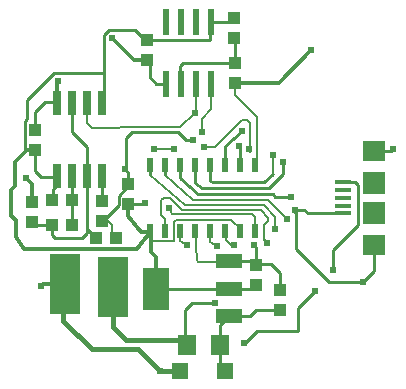
<source format=gbl>
G75*
%MOIN*%
%OFA0B0*%
%FSLAX25Y25*%
%IPPOS*%
%LPD*%
%AMOC8*
5,1,8,0,0,1.08239X$1,22.5*
%
%ADD10R,0.03937X0.04331*%
%ADD11R,0.06299X0.07098*%
%ADD12R,0.02600X0.08000*%
%ADD13R,0.02362X0.08661*%
%ADD14R,0.10000X0.20000*%
%ADD15R,0.04331X0.03937*%
%ADD16R,0.05512X0.05512*%
%ADD17R,0.08800X0.04800*%
%ADD18R,0.08661X0.14173*%
%ADD19R,0.02362X0.04724*%
%ADD20R,0.05512X0.01378*%
%ADD21R,0.07480X0.07087*%
%ADD22R,0.07480X0.07480*%
%ADD23C,0.01000*%
%ADD24C,0.01600*%
%ADD25C,0.02400*%
%ADD26C,0.01200*%
%ADD27C,0.00800*%
%ADD28C,0.00819*%
D10*
X0022563Y0062130D03*
X0029256Y0062130D03*
X0029256Y0070398D03*
X0022563Y0070398D03*
X0015673Y0069807D03*
X0015673Y0063114D03*
X0039295Y0063508D03*
X0039295Y0070201D03*
X0047957Y0069020D03*
X0047957Y0075713D03*
X0016854Y0087130D03*
X0016854Y0093823D03*
X0054256Y0117051D03*
X0054256Y0123744D03*
X0090476Y0048941D03*
X0090476Y0042248D03*
X0098626Y0040516D03*
X0098626Y0033823D03*
D11*
X0078555Y0022248D03*
X0067358Y0022248D03*
D12*
X0039157Y0078455D03*
X0034157Y0078455D03*
X0029157Y0078455D03*
X0024157Y0078455D03*
X0024157Y0102655D03*
X0029157Y0102655D03*
X0034157Y0102655D03*
X0039157Y0102655D03*
D13*
X0060457Y0109177D03*
X0065457Y0109177D03*
X0070457Y0109177D03*
X0075457Y0109177D03*
X0075457Y0129650D03*
X0070457Y0129650D03*
X0065457Y0129650D03*
X0060457Y0129650D03*
D14*
X0042957Y0041579D03*
X0026736Y0042366D03*
D15*
X0037130Y0057799D03*
X0043823Y0057799D03*
X0083390Y0109571D03*
X0083390Y0116264D03*
X0083272Y0124413D03*
X0083272Y0131106D03*
D16*
X0080240Y0013311D03*
X0065280Y0013311D03*
D17*
X0081417Y0031770D03*
X0081417Y0040870D03*
X0081417Y0049970D03*
D18*
X0057016Y0040870D03*
D19*
X0055260Y0060161D03*
X0060260Y0060161D03*
X0065260Y0060161D03*
X0070260Y0060161D03*
X0075260Y0060161D03*
X0080260Y0060161D03*
X0085260Y0060161D03*
X0090260Y0060161D03*
X0090260Y0082209D03*
X0085260Y0082209D03*
X0080260Y0082209D03*
X0075260Y0082209D03*
X0070260Y0082209D03*
X0065260Y0082209D03*
X0060260Y0082209D03*
X0055260Y0082209D03*
D20*
X0119413Y0076303D03*
X0119413Y0073744D03*
X0119413Y0071185D03*
X0119413Y0068626D03*
X0119413Y0066067D03*
D21*
X0129846Y0055437D03*
X0129846Y0086933D03*
D22*
X0129846Y0076185D03*
X0129846Y0066185D03*
D23*
X0124335Y0062130D02*
X0116067Y0053862D01*
X0116067Y0047169D01*
X0114886Y0043232D02*
X0103862Y0054256D01*
X0103862Y0066461D01*
X0103469Y0066854D01*
X0103469Y0066067D01*
X0103469Y0066854D02*
X0103469Y0067248D01*
X0106618Y0067248D01*
X0107799Y0066067D01*
X0119413Y0066067D01*
X0124335Y0062130D02*
X0124335Y0075516D01*
X0123547Y0076303D01*
X0119413Y0076303D01*
X0129846Y0086933D02*
X0135752Y0086933D01*
X0136146Y0087327D01*
X0129846Y0055437D02*
X0129846Y0046776D01*
X0126303Y0043232D01*
X0114886Y0043232D01*
X0110161Y0040083D02*
X0104650Y0034571D01*
X0104650Y0026697D01*
X0090870Y0026697D01*
X0086539Y0022366D01*
X0086539Y0022760D01*
X0078555Y0022248D02*
X0078555Y0014996D01*
X0080240Y0013311D01*
X0078555Y0022248D02*
X0078555Y0028909D01*
X0081417Y0031770D01*
X0081461Y0031815D01*
X0088508Y0031815D01*
X0090516Y0033823D01*
X0098626Y0033823D01*
X0098626Y0040516D02*
X0098626Y0046106D01*
X0095594Y0049138D01*
X0090673Y0049138D01*
X0090476Y0048941D01*
X0090476Y0054650D01*
X0089689Y0055437D01*
X0093232Y0057012D02*
X0094020Y0056224D01*
X0089447Y0049970D02*
X0090476Y0048941D01*
X0089447Y0049970D02*
X0081417Y0049970D01*
X0090476Y0042248D02*
X0089098Y0040870D01*
X0081417Y0040870D01*
X0057016Y0040870D01*
X0053862Y0040870D01*
X0066850Y0033780D02*
X0066850Y0022756D01*
X0066850Y0033780D02*
X0069217Y0036146D01*
X0076697Y0036146D01*
X0085260Y0060161D02*
X0085462Y0060687D01*
X0096776Y0071579D02*
X0102287Y0071579D01*
X0096776Y0071579D02*
X0095988Y0072366D01*
X0071185Y0072366D01*
X0065280Y0077878D01*
X0065260Y0077878D01*
X0065260Y0082209D01*
X0070260Y0082209D02*
X0070260Y0076047D01*
X0072366Y0074335D01*
X0094807Y0074335D01*
X0099531Y0079059D01*
X0099531Y0082996D01*
X0095988Y0085358D02*
X0095988Y0085752D01*
X0095988Y0079059D02*
X0093232Y0076303D01*
X0076303Y0076303D01*
X0075260Y0076953D01*
X0075260Y0082209D01*
X0080260Y0082209D02*
X0080260Y0088528D01*
X0085752Y0093626D01*
X0084965Y0088902D02*
X0084965Y0088508D01*
X0084965Y0088114D01*
X0085260Y0087819D01*
X0085260Y0082209D01*
X0069610Y0090476D02*
X0067248Y0090476D01*
X0064492Y0093232D01*
X0049138Y0093232D01*
X0047169Y0091264D01*
X0047169Y0081028D01*
X0046776Y0080634D01*
X0047957Y0079453D01*
X0047957Y0075713D01*
X0047862Y0075087D01*
X0044662Y0071887D01*
X0044662Y0068687D01*
X0039862Y0063887D01*
X0039295Y0063508D01*
X0034177Y0060752D02*
X0034177Y0059374D01*
X0032602Y0057799D01*
X0023547Y0057799D01*
X0022563Y0058783D01*
X0022563Y0062130D01*
X0016657Y0062130D01*
X0015673Y0063114D01*
X0022563Y0070398D02*
X0022760Y0070594D01*
X0022760Y0073941D01*
X0024157Y0075339D01*
X0024157Y0078455D01*
X0023974Y0078272D01*
X0018823Y0078272D01*
X0016854Y0080240D01*
X0016854Y0087130D01*
X0013857Y0086692D02*
X0013462Y0087087D01*
X0013462Y0096687D01*
X0014262Y0097487D01*
X0014262Y0103887D01*
X0023062Y0112687D01*
X0039862Y0112687D01*
X0039862Y0103087D01*
X0039157Y0102655D01*
X0034236Y0102734D02*
X0034157Y0102655D01*
X0029157Y0102655D02*
X0029059Y0102557D01*
X0029059Y0093232D01*
X0034157Y0088134D01*
X0034157Y0078455D01*
X0034177Y0078435D01*
X0034177Y0060752D01*
X0037130Y0057799D01*
X0029256Y0062130D02*
X0029256Y0070398D01*
X0029256Y0078357D01*
X0029157Y0078455D01*
X0039157Y0078455D02*
X0039309Y0078455D01*
X0039295Y0070201D01*
X0047957Y0069020D02*
X0052878Y0069020D01*
X0053469Y0069610D01*
X0055260Y0078843D02*
X0055260Y0082209D01*
X0060260Y0082209D02*
X0060260Y0078961D01*
X0060378Y0109098D02*
X0060457Y0109177D01*
X0057209Y0109177D01*
X0055043Y0111343D01*
X0055043Y0116264D01*
X0054256Y0117051D01*
X0054256Y0123744D02*
X0053462Y0123887D01*
X0050262Y0127087D01*
X0041462Y0127087D01*
X0039862Y0125487D01*
X0039862Y0112687D01*
X0054256Y0123744D02*
X0074925Y0123744D01*
X0075122Y0123941D01*
X0075122Y0129315D01*
X0075457Y0129650D01*
X0081815Y0129650D01*
X0083272Y0131106D01*
X0083587Y0131421D01*
X0083272Y0124413D02*
X0083390Y0124295D01*
X0083390Y0116264D01*
X0066264Y0116264D01*
X0065280Y0115280D01*
X0065280Y0109354D01*
X0065457Y0109177D01*
X0024157Y0102655D02*
X0023738Y0103075D01*
X0020004Y0103075D01*
X0016854Y0099925D01*
X0016854Y0093823D01*
D24*
X0026303Y0041933D02*
X0026303Y0030240D01*
X0035752Y0020791D01*
X0051106Y0020791D01*
X0058587Y0013311D01*
X0065280Y0013311D01*
X0067358Y0022248D02*
X0066850Y0022756D01*
X0065665Y0023941D01*
X0047169Y0023941D01*
X0042957Y0028154D01*
X0042957Y0041579D01*
X0026736Y0042366D02*
X0026303Y0041933D01*
D25*
X0018823Y0041657D03*
X0053469Y0069610D03*
X0061343Y0067642D03*
X0067642Y0055437D03*
X0077484Y0055043D03*
X0082996Y0055437D03*
X0089689Y0055437D03*
X0094020Y0056224D03*
X0096776Y0060949D03*
X0100713Y0064098D03*
X0103469Y0067248D03*
X0102287Y0071579D03*
X0099531Y0082996D03*
X0095988Y0085358D03*
X0088114Y0087327D03*
X0084965Y0088508D03*
X0085752Y0093626D03*
X0072366Y0093232D03*
X0069610Y0090476D03*
X0073154Y0088114D03*
X0063311Y0087327D03*
X0056618Y0087327D03*
X0046776Y0080634D03*
X0070004Y0099531D03*
X0042445Y0124335D03*
X0024335Y0110161D03*
X0013705Y0077878D03*
X0076697Y0036146D03*
X0086539Y0022760D03*
X0110161Y0040083D03*
X0116067Y0047169D03*
X0126303Y0043232D03*
X0136146Y0087327D03*
X0108980Y0120398D03*
X0058587Y0013311D03*
D26*
X0057016Y0040870D02*
X0057016Y0051496D01*
X0055437Y0053075D01*
X0055437Y0056687D01*
X0055437Y0059945D01*
X0055260Y0059768D01*
X0050929Y0054256D01*
X0013311Y0054256D01*
X0010555Y0058193D01*
X0010555Y0063705D01*
X0008980Y0065280D01*
X0008980Y0073941D01*
X0010161Y0075122D01*
X0010161Y0082996D01*
X0013857Y0086692D01*
X0014295Y0087130D01*
X0016854Y0087130D01*
X0013705Y0077878D02*
X0015673Y0075909D01*
X0015673Y0069807D01*
X0019531Y0042366D02*
X0018823Y0041657D01*
X0019531Y0042366D02*
X0026736Y0042366D01*
X0052287Y0059768D02*
X0047957Y0065280D01*
X0047957Y0069020D01*
X0052287Y0059768D02*
X0055260Y0059768D01*
X0055437Y0059945D02*
X0055260Y0060161D01*
X0024157Y0102655D02*
X0024157Y0109984D01*
X0024335Y0110161D01*
X0042445Y0124335D02*
X0049728Y0117051D01*
X0054256Y0117051D01*
X0083390Y0109571D02*
X0098154Y0109571D01*
X0108980Y0120398D01*
D27*
X0090654Y0098173D02*
X0083390Y0105437D01*
X0083390Y0109571D01*
X0075457Y0109177D02*
X0075457Y0100654D01*
X0072366Y0097563D01*
X0072366Y0093232D01*
X0073154Y0088114D02*
X0076697Y0088114D01*
X0085752Y0097169D01*
X0087327Y0097169D01*
X0088508Y0095988D01*
X0088508Y0086539D01*
X0088114Y0087327D01*
X0090654Y0082602D02*
X0090260Y0082209D01*
X0090654Y0082602D02*
X0090654Y0098173D01*
X0095988Y0085358D02*
X0095988Y0079059D01*
X0094413Y0070398D02*
X0100713Y0064098D01*
X0096776Y0064886D02*
X0096776Y0060949D01*
X0094413Y0063311D02*
X0093232Y0062130D01*
X0093232Y0057012D01*
X0090260Y0060161D02*
X0090260Y0064709D01*
X0089295Y0065673D01*
X0062524Y0065673D01*
X0061343Y0067642D01*
X0058980Y0065378D02*
X0058980Y0070398D01*
X0059768Y0071185D01*
X0061736Y0071185D01*
X0065673Y0067248D01*
X0092051Y0067248D01*
X0094413Y0064492D01*
X0094413Y0063311D01*
X0096776Y0064886D02*
X0093232Y0068823D01*
X0066854Y0068823D01*
X0055260Y0078843D01*
X0056618Y0087327D02*
X0063311Y0087327D01*
X0063705Y0086933D01*
X0065280Y0094807D02*
X0070004Y0099531D01*
X0070457Y0099984D01*
X0070457Y0109177D01*
X0065280Y0094807D02*
X0045201Y0094807D01*
X0044807Y0094413D01*
X0035752Y0094413D01*
X0034157Y0096008D01*
X0034157Y0102655D01*
X0069610Y0070398D02*
X0094413Y0070398D01*
X0085462Y0060687D02*
X0082262Y0063887D01*
X0063862Y0063887D01*
X0063062Y0063087D01*
X0063062Y0056687D01*
X0055437Y0056687D01*
X0060260Y0060161D02*
X0060260Y0064098D01*
X0058980Y0065378D01*
X0065260Y0060161D02*
X0065260Y0056638D01*
X0067642Y0055437D01*
X0070260Y0060161D02*
X0070654Y0050457D01*
X0071185Y0049925D01*
X0081372Y0049925D01*
X0081417Y0049970D01*
X0077484Y0055043D02*
X0075260Y0056480D01*
X0075260Y0060161D01*
X0080260Y0060161D02*
X0080634Y0060142D01*
X0080634Y0057012D01*
X0082209Y0055437D01*
X0082996Y0055437D01*
X0043823Y0057799D02*
X0042445Y0058390D01*
X0042445Y0062130D01*
X0041067Y0063508D01*
X0039295Y0063508D01*
D28*
X0060260Y0078961D02*
X0069610Y0070398D01*
M02*

</source>
